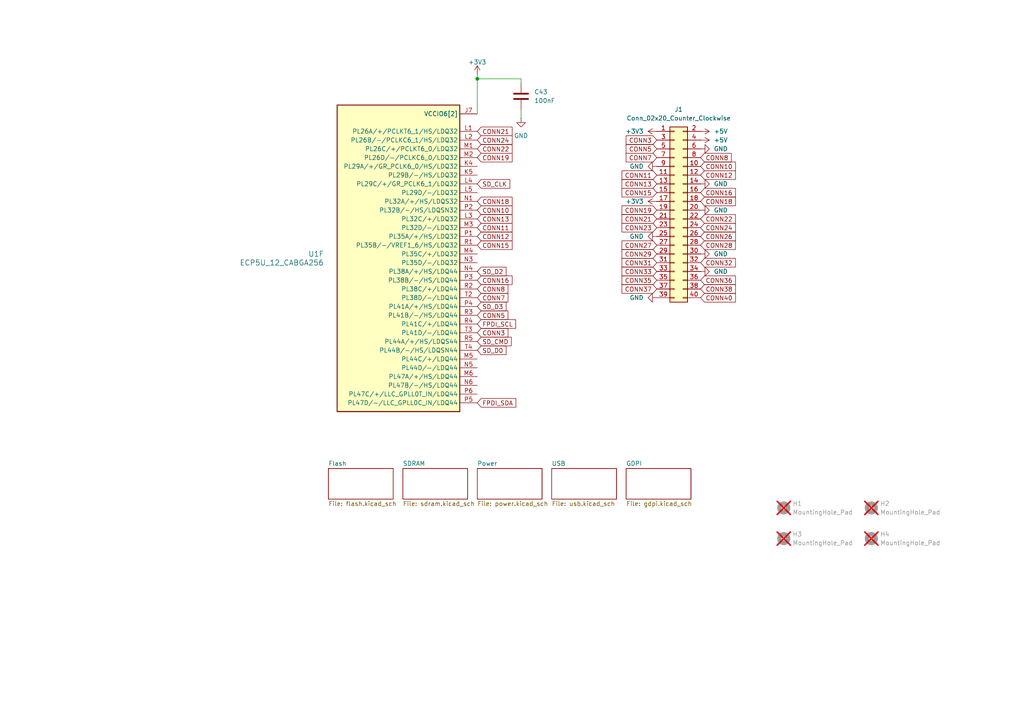
<source format=kicad_sch>
(kicad_sch (version 20250114) (generator "eeschema") (generator_version "9.0")
  (paper "A4")
  (lib_symbols
    (symbol "Connector_Generic:Conn_02x20_Odd_Even" (pin_names (offset 1.016) (hide yes))
      (property "Reference" "J" (at 1.27 25.4 0))
      (property "Value" "Conn_02x20_Odd_Even" (at 1.27 -27.94 0))
      (symbol "Conn_02x20_Odd_Even_1_1"
        (rectangle (start -1.27 24.13) (end 3.81 -26.67) (stroke (width 0.254)) (fill (type background)))
        (rectangle (start -1.27 22.987) (end 0 22.733) (stroke (width 0.1524)))
        (rectangle (start -1.27 20.447) (end 0 20.193) (stroke (width 0.1524)))
        (rectangle (start -1.27 17.907) (end 0 17.653) (stroke (width 0.1524)))
        (rectangle (start -1.27 15.367) (end 0 15.113) (stroke (width 0.1524)))
        (rectangle (start -1.27 12.827) (end 0 12.573) (stroke (width 0.1524)))
        (rectangle (start -1.27 10.287) (end 0 10.033) (stroke (width 0.1524)))
        (rectangle (start -1.27 7.747) (end 0 7.493) (stroke (width 0.1524)))
        (rectangle (start -1.27 5.207) (end 0 4.953) (stroke (width 0.1524)))
        (rectangle (start -1.27 2.667) (end 0 2.413) (stroke (width 0.1524)))
        (rectangle (start -1.27 0.127) (end 0 -0.127) (stroke (width 0.1524)))
        (rectangle (start -1.27 -2.413) (end 0 -2.667) (stroke (width 0.1524)))
        (rectangle (start -1.27 -4.953) (end 0 -5.207) (stroke (width 0.1524)))
        (rectangle (start -1.27 -7.493) (end 0 -7.747) (stroke (width 0.1524)))
        (rectangle (start -1.27 -10.033) (end 0 -10.287) (stroke (width 0.1524)))
        (rectangle (start -1.27 -12.573) (end 0 -12.827) (stroke (width 0.1524)))
        (rectangle (start -1.27 -15.113) (end 0 -15.367) (stroke (width 0.1524)))
        (rectangle (start -1.27 -17.653) (end 0 -17.907) (stroke (width 0.1524)))
        (rectangle (start -1.27 -20.193) (end 0 -20.447) (stroke (width 0.1524)))
        (rectangle (start -1.27 -22.733) (end 0 -22.987) (stroke (width 0.1524)))
        (rectangle (start -1.27 -25.273) (end 0 -25.527) (stroke (width 0.1524)))
        (rectangle (start 3.81 22.987) (end 2.54 22.733) (stroke (width 0.1524)))
        (rectangle (start 3.81 20.447) (end 2.54 20.193) (stroke (width 0.1524)))
        (rectangle (start 3.81 17.907) (end 2.54 17.653) (stroke (width 0.1524)))
        (rectangle (start 3.81 15.367) (end 2.54 15.113) (stroke (width 0.1524)))
        (rectangle (start 3.81 12.827) (end 2.54 12.573) (stroke (width 0.1524)))
        (rectangle (start 3.81 10.287) (end 2.54 10.033) (stroke (width 0.1524)))
        (rectangle (start 3.81 7.747) (end 2.54 7.493) (stroke (width 0.1524)))
        (rectangle (start 3.81 5.207) (end 2.54 4.953) (stroke (width 0.1524)))
        (rectangle (start 3.81 2.667) (end 2.54 2.413) (stroke (width 0.1524)))
        (rectangle (start 3.81 0.127) (end 2.54 -0.127) (stroke (width 0.1524)))
        (rectangle (start 3.81 -2.413) (end 2.54 -2.667) (stroke (width 0.1524)))
        (rectangle (start 3.81 -4.953) (end 2.54 -5.207) (stroke (width 0.1524)))
        (rectangle (start 3.81 -7.493) (end 2.54 -7.747) (stroke (width 0.1524)))
        (rectangle (start 3.81 -10.033) (end 2.54 -10.287) (stroke (width 0.1524)))
        (rectangle (start 3.81 -12.573) (end 2.54 -12.827) (stroke (width 0.1524)))
        (rectangle (start 3.81 -15.113) (end 2.54 -15.367) (stroke (width 0.1524)))
        (rectangle (start 3.81 -17.653) (end 2.54 -17.907) (stroke (width 0.1524)))
        (rectangle (start 3.81 -20.193) (end 2.54 -20.447) (stroke (width 0.1524)))
        (rectangle (start 3.81 -22.733) (end 2.54 -22.987) (stroke (width 0.1524)))
        (rectangle (start 3.81 -25.273) (end 2.54 -25.527) (stroke (width 0.1524)))
        (pin passive line (at -5.08 22.86 0) (length 3.81) (name "Pin_1") (number "1"))
        (pin passive line (at -5.08 20.32 0) (length 3.81) (name "Pin_3") (number "3"))
        (pin passive line (at -5.08 17.78 0) (length 3.81) (name "Pin_5") (number "5"))
        (pin passive line (at -5.08 15.24 0) (length 3.81) (name "Pin_7") (number "7"))
        (pin passive line (at -5.08 12.7 0) (length 3.81) (name "Pin_9") (number "9"))
        (pin passive line (at -5.08 10.16 0) (length 3.81) (name "Pin_11") (number "11"))
        (pin passive line (at -5.08 7.62 0) (length 3.81) (name "Pin_13") (number "13"))
        (pin passive line (at -5.08 5.08 0) (length 3.81) (name "Pin_15") (number "15"))
        (pin passive line (at -5.08 2.54 0) (length 3.81) (name "Pin_17") (number "17"))
        (pin passive line (at -5.08 0 0) (length 3.81) (name "Pin_19") (number "19"))
        (pin passive line (at -5.08 -2.54 0) (length 3.81) (name "Pin_21") (number "21"))
        (pin passive line (at -5.08 -5.08 0) (length 3.81) (name "Pin_23") (number "23"))
        (pin passive line (at -5.08 -7.62 0) (length 3.81) (name "Pin_25") (number "25"))
        (pin passive line (at -5.08 -10.16 0) (length 3.81) (name "Pin_27") (number "27"))
        (pin passive line (at -5.08 -12.7 0) (length 3.81) (name "Pin_29") (number "29"))
        (pin passive line (at -5.08 -15.24 0) (length 3.81) (name "Pin_31") (number "31"))
        (pin passive line (at -5.08 -17.78 0) (length 3.81) (name "Pin_33") (number "33"))
        (pin passive line (at -5.08 -20.32 0) (length 3.81) (name "Pin_35") (number "35"))
        (pin passive line (at -5.08 -22.86 0) (length 3.81) (name "Pin_37") (number "37"))
        (pin passive line (at -5.08 -25.4 0) (length 3.81) (name "Pin_39") (number "39"))
        (pin passive line (at 7.62 22.86 180) (length 3.81) (name "Pin_2") (number "2"))
        (pin passive line (at 7.62 20.32 180) (length 3.81) (name "Pin_4") (number "4"))
        (pin passive line (at 7.62 17.78 180) (length 3.81) (name "Pin_6") (number "6"))
        (pin passive line (at 7.62 15.24 180) (length 3.81) (name "Pin_8") (number "8"))
        (pin passive line (at 7.62 12.7 180) (length 3.81) (name "Pin_10") (number "10"))
        (pin passive line (at 7.62 10.16 180) (length 3.81) (name "Pin_12") (number "12"))
        (pin passive line (at 7.62 7.62 180) (length 3.81) (name "Pin_14") (number "14"))
        (pin passive line (at 7.62 5.08 180) (length 3.81) (name "Pin_16") (number "16"))
        (pin passive line (at 7.62 2.54 180) (length 3.81) (name "Pin_18") (number "18"))
        (pin passive line (at 7.62 0 180) (length 3.81) (name "Pin_20") (number "20"))
        (pin passive line (at 7.62 -2.54 180) (length 3.81) (name "Pin_22") (number "22"))
        (pin passive line (at 7.62 -5.08 180) (length 3.81) (name "Pin_24") (number "24"))
        (pin passive line (at 7.62 -7.62 180) (length 3.81) (name "Pin_26") (number "26"))
        (pin passive line (at 7.62 -10.16 180) (length 3.81) (name "Pin_28") (number "28"))
        (pin passive line (at 7.62 -12.7 180) (length 3.81) (name "Pin_30") (number "30"))
        (pin passive line (at 7.62 -15.24 180) (length 3.81) (name "Pin_32") (number "32"))
        (pin passive line (at 7.62 -17.78 180) (length 3.81) (name "Pin_34") (number "34"))
        (pin passive line (at 7.62 -20.32 180) (length 3.81) (name "Pin_36") (number "36"))
        (pin passive line (at 7.62 -22.86 180) (length 3.81) (name "Pin_38") (number "38"))
        (pin passive line (at 7.62 -25.4 180) (length 3.81) (name "Pin_40") (number "40"))
      )
    )
    (symbol "Device:C" (pin_numbers (hide yes)) (pin_names (offset 0.254))
      (property "Reference" "C" (at 0.635 2.54 0))
      (property "Value" "C" (at 0.635 -2.54 0))
      (symbol "C_0_1"
        (polyline (pts (xy -2.032 0.762) (xy 2.032 0.762)) (stroke (width 0.508)))
        (polyline (pts (xy -2.032 -0.762) (xy 2.032 -0.762)) (stroke (width 0.508)))
      )
      (symbol "C_1_1"
        (pin passive line (at 0 3.81 270) (length 2.794) (name "~") (number "1"))
        (pin passive line (at 0 -3.81 90) (length 2.794) (name "~") (number "2"))
      )
    )
    (symbol "ECP5U_12_CABGA256_1"
      (property "Reference" "U1" (at 22.86 -2.5399 0))
      (property "Value" "ECP5U_12_CABGA256" (at 22.86 -5.0799 0))
      (symbol "ECP5U_12_CABGA256_1_1_1"
        (rectangle (start -7.62 7.62) (end 6.35 -7.62) (stroke (width 0.001)) (fill (type background)))
        (pin power_in line (at -12.7 5.08 0) (length 5.08) (name "VCC[6]") (number "G6"))
        (pin power_in line (at -12.7 5.08 0) (length 5.08) (name "VCC[6]") (number "G7"))
        (pin power_in line (at -12.7 5.08 0) (length 5.08) (name "VCC[6]") (number "G9"))
        (pin power_in line (at -12.7 5.08 0) (length 5.08) (name "VCC[6]") (number "L10"))
        (pin power_in line (at -12.7 5.08 0) (length 5.08) (name "VCC[6]") (number "L8"))
        (pin power_in line (at -12.7 5.08 0) (length 5.08) (name "VCC[6]") (number "L9"))
        (pin power_in line (at -12.7 2.54 0) (length 5.08) (name "VCCAUX[2]") (number "G11"))
        (pin power_in line (at -12.7 2.54 0) (length 5.08) (name "VCCAUX[2]") (number "L7"))
        (pin power_in line (at -12.7 -5.08 0) (length 5.08) (name "GND[27]") (number "A1"))
        (pin power_in line (at -12.7 -5.08 0) (length 5.08) (name "GND[27]") (number "A16"))
        (pin power_in line (at -12.7 -5.08 0) (length 5.08) (name "GND[27]") (number "D15"))
        (pin power_in line (at -12.7 -5.08 0) (length 5.08) (name "GND[27]") (number "D2"))
        (pin power_in line (at -12.7 -5.08 0) (length 5.08) (name "GND[27]") (number "F8"))
        (pin power_in line (at -12.7 -5.08 0) (length 5.08) (name "GND[27]") (number "F9"))
        (pin power_in line (at -12.7 -5.08 0) (length 5.08) (name "GND[27]") (number "G10"))
        (pin power_in line (at -12.7 -5.08 0) (length 5.08) (name "GND[27]") (number "G8"))
        (pin power_in line (at -12.7 -5.08 0) (length 5.08) (name "GND[27]") (number "H1"))
        (pin power_in line (at -12.7 -5.08 0) (length 5.08) (name "GND[27]") (number "H10"))
        (pin power_in line (at -12.7 -5.08 0) (length 5.08) (name "GND[27]") (number "H16"))
        (pin power_in line (at -12.7 -5.08 0) (length 5.08) (name "GND[27]") (number "H8"))
        (pin power_in line (at -12.7 -5.08 0) (length 5.08) (name "GND[27]") (number "H9"))
        (pin power_in line (at -12.7 -5.08 0) (length 5.08) (name "GND[27]") (number "J10"))
        (pin power_in line (at -12.7 -5.08 0) (length 5.08) (name "GND[27]") (number "J8"))
        (pin power_in line (at -12.7 -5.08 0) (length 5.08) (name "GND[27]") (number "J9"))
        (pin power_in line (at -12.7 -5.08 0) (length 5.08) (name "GND[27]") (number "K10"))
        (pin power_in line (at -12.7 -5.08 0) (length 5.08) (name "GND[27]") (number "K6"))
        (pin power_in line (at -12.7 -5.08 0) (length 5.08) (name "GND[27]") (number "K7"))
        (pin power_in line (at -12.7 -5.08 0) (length 5.08) (name "GND[27]") (number "K8"))
        (pin power_in line (at -12.7 -5.08 0) (length 5.08) (name "GND[27]") (number "K9"))
        (pin power_in line (at -12.7 -5.08 0) (length 5.08) (name "GND[27]") (number "N15"))
        (pin power_in line (at -12.7 -5.08 0) (length 5.08) (name "GND[27]") (number "N2"))
        (pin power_in line (at -12.7 -5.08 0) (length 5.08) (name "GND[27]") (number "T1"))
        (pin power_in line (at -12.7 -5.08 0) (length 5.08) (name "GND[27]") (number "T12"))
        (pin power_in line (at -12.7 -5.08 0) (length 5.08) (name "GND[27]") (number "T16"))
        (pin power_in line (at -12.7 -5.08 0) (length 5.08) (name "GND[27]") (number "T5"))
      )
      (symbol "ECP5U_12_CABGA256_1_2_1"
        (rectangle (start -16.51 40.64) (end 8.89 -27.94) (stroke (width 0.305)) (fill (type background)))
        (pin power_in line (at -21.59 38.1 0) (length 5.08) (name "VCCIO0[2]") (number "F6"))
        (pin power_in line (at -21.59 38.1 0) (length 5.08) (name "VCCIO0[2]") (number "F7"))
        (pin bidirectional line (at -21.59 33.02 0) (length 5.08) (name "PT4A/+") (number "A2"))
        (pin bidirectional line (at -21.59 30.48 0) (length 5.08) (name "PT4B/-") (number "B3"))
        (pin bidirectional line (at -21.59 27.94 0) (length 5.08) (name "PT6A/+") (number "A3"))
        (pin bidirectional line (at -21.59 25.4 0) (length 5.08) (name "PT6B/-") (number "A4"))
        (pin bidirectional line (at -21.59 22.86 0) (length 5.08) (name "PT9A/+") (number "E4"))
        (pin bidirectional line (at -21.59 20.32 0) (length 5.08) (name "PT9B/-") (number "D4"))
        (pin bidirectional line (at -21.59 17.78 0) (length 5.08) (name "PT11A/+") (number "C4"))
        (pin bidirectional line (at -21.59 15.24 0) (length 5.08) (name "PT11B/-") (number "B4"))
        (pin bidirectional line (at -21.59 12.7 0) (length 5.08) (name "PT13A/+") (number "E5"))
        (pin bidirectional line (at -21.59 10.16 0) (length 5.08) (name "PT13B/-") (number "D5"))
        (pin bidirectional line (at -21.59 7.62 0) (length 5.08) (name "PT15A/+") (number "C5"))
        (pin bidirectional line (at -21.59 5.08 0) (length 5.08) (name "PT15B/-") (number "B5"))
        (pin bidirectional line (at -21.59 2.54 0) (length 5.08) (name "PT18A/+") (number "A5"))
        (pin bidirectional line (at -21.59 0 0) (length 5.08) (name "PT18B/-") (number "A6"))
        (pin bidirectional line (at -21.59 -2.54 0) (length 5.08) (name "PT20A/+") (number "E6"))
        (pin bidirectional line (at -21.59 -5.08 0) (length 5.08) (name "PT20B/-") (number "D6"))
        (pin bidirectional line (at -21.59 -7.62 0) (length 5.08) (name "PT22A/+") (number "C6"))
        (pin bidirectional line (at -21.59 -10.16 0) (length 5.08) (name "PT22B/-") (number "B6"))
        (pin bidirectional line (at -21.59 -12.7 0) (length 5.08) (name "PT24A/+/GR_PCLK0_1") (number "E7"))
        (pin bidirectional line (at -21.59 -15.24 0) (length 5.08) (name "PT24B/-/GR_PCLK0_0") (number "D7"))
        (pin bidirectional line (at -21.59 -17.78 0) (length 5.08) (name "PT27A/+/PCLKT0_1") (number "C7"))
        (pin bidirectional line (at -21.59 -20.32 0) (length 5.08) (name "PT27B/-/PCLKC0_1") (number "B7"))
        (pin bidirectional line (at -21.59 -22.86 0) (length 5.08) (name "PT29A/+/PCLKT0_0") (number "A7"))
        (pin bidirectional line (at -21.59 -25.4 0) (length 5.08) (name "PT29B/-/PCLKC0_0") (number "A8"))
      )
      (symbol "ECP5U_12_CABGA256_1_3_1"
        (rectangle (start -16.51 40.64) (end 8.89 -48.26) (stroke (width 0.305)) (fill (type background)))
        (pin power_in line (at -21.59 38.1 0) (length 5.08) (name "VCCIO1[2]") (number "F10"))
        (pin power_in line (at -21.59 38.1 0) (length 5.08) (name "VCCIO1[2]") (number "F11"))
        (pin bidirectional line (at -21.59 33.02 0) (length 5.08) (name "PT33A/+/PCLKT1_1") (number "E8"))
        (pin bidirectional line (at -21.59 30.48 0) (length 5.08) (name "PT33B/-/PCLKC1_1") (number "D8"))
        (pin bidirectional line (at -21.59 27.94 0) (length 5.08) (name "PT35A/+/PCLKT1_0") (number "C8"))
        (pin bidirectional line (at -21.59 25.4 0) (length 5.08) (name "PT35B/-/PCLKC1_0") (number "B8"))
        (pin bidirectional line (at -21.59 22.86 0) (length 5.08) (name "PT38A/+/GR_PCLK1_0") (number "B9"))
        (pin bidirectional line (at -21.59 20.32 0) (length 5.08) (name "PT38B/-/GR_PCLK1_1") (number "C9"))
        (pin bidirectional line (at -21.59 17.78 0) (length 5.08) (name "PT40A/+") (number "D9"))
        (pin bidirectional line (at -21.59 15.24 0) (length 5.08) (name "PT40B/-") (number "E9"))
        (pin bidirectional line (at -21.59 12.7 0) (length 5.08) (name "PT42A/+") (number "A9"))
        (pin bidirectional line (at -21.59 10.16 0) (length 5.08) (name "PT42B/-") (number "A10"))
        (pin bidirectional line (at -21.59 7.62 0) (length 5.08) (name "PT44A/+") (number "B10"))
        (pin bidirectional line (at -21.59 5.08 0) (length 5.08) (name "PT44B/-") (number "C10"))
        (pin bidirectional line (at -21.59 2.54 0) (length 5.08) (name "PT47A/+") (number "D10"))
        (pin bidirectional line (at -21.59 0 0) (length 5.08) (name "PT47B/-") (number "E10"))
        (pin bidirectional line (at -21.59 -2.54 0) (length 5.08) (name "PT49A/+") (number "B11"))
        (pin bidirectional line (at -21.59 -5.08 0) (length 5.08) (name "PT49B/-") (number "C11"))
        (pin bidirectional line (at -21.59 -7.62 0) (length 5.08) (name "PT51A/+") (number "D11"))
        (pin bidirectional line (at -21.59 -10.16 0) (length 5.08) (name "PT51B/-") (number "E11"))
        (pin bidirectional line (at -21.59 -12.7 0) (length 5.08) (name "PT53A/+") (number "A11"))
        (pin bidirectional line (at -21.59 -15.24 0) (length 5.08) (name "PT53B/-") (number "A12"))
        (pin bidirectional line (at -21.59 -17.78 0) (length 5.08) (name "PT56A/+") (number "B12"))
        (pin bidirectional line (at -21.59 -20.32 0) (length 5.08) (name "PT56B/-") (number "C12"))
        (pin bidirectional line (at -21.59 -22.86 0) (length 5.08) (name "PT58A/+") (number "D12"))
        (pin bidirectional line (at -21.59 -25.4 0) (length 5.08) (name "PT58B/-") (number "E12"))
        (pin bidirectional line (at -21.59 -27.94 0) (length 5.08) (name "PT60A/+") (number "B13"))
        (pin bidirectional line (at -21.59 -30.48 0) (length 5.08) (name "PT60B/-") (number "C13"))
        (pin bidirectional line (at -21.59 -33.02 0) (length 5.08) (name "PT62A/+") (number "D13"))
        (pin bidirectional line (at -21.59 -35.56 0) (length 5.08) (name "PT62B/-") (number "E13"))
        (pin bidirectional line (at -21.59 -38.1 0) (length 5.08) (name "PT65A/+") (number "A13"))
        (pin bidirectional line (at -21.59 -40.64 0) (length 5.08) (name "PT65B/-") (number "A14"))
        (pin bidirectional line (at -21.59 -43.18 0) (length 5.08) (name "PT67A/+") (number "B14"))
        (pin bidirectional line (at -21.59 -45.72 0) (length 5.08) (name "PT67B/-") (number "A15"))
      )
      (symbol "ECP5U_12_CABGA256_1_4_1"
        (rectangle (start -16.51 40.64) (end 21.59 -48.26) (stroke (width 0.305)) (fill (type background)))
        (pin power_in line (at -21.59 38.1 0) (length 5.08) (name "VCCIO2[2]") (number "H11"))
        (pin power_in line (at -21.59 38.1 0) (length 5.08) (name "VCCIO2[2]") (number "J11"))
        (pin bidirectional line (at -21.59 33.02 0) (length 5.08) (name "PR2A/+/HS/RDQ8") (number "B16"))
        (pin bidirectional line (at -21.59 30.48 0) (length 5.08) (name "PR2B/-/S0_IN/HS/RDQ8") (number "B15"))
        (pin bidirectional line (at -21.59 27.94 0) (length 5.08) (name "PR2C/+/RDQ8") (number "C14"))
        (pin bidirectional line (at -21.59 25.4 0) (length 5.08) (name "PR2D/-/RDQ8") (number "D14"))
        (pin bidirectional line (at -21.59 22.86 0) (length 5.08) (name "PR5A/+/HS/RDQ8") (number "C16"))
        (pin bidirectional line (at -21.59 20.32 0) (length 5.08) (name "PR5B/-/HS/RDQ8") (number "C15"))
        (pin bidirectional line (at -21.59 17.78 0) (length 5.08) (name "PR5C/+/RDQ8") (number "E14"))
        (pin bidirectional line (at -21.59 15.24 0) (length 5.08) (name "PR5D/-/RDQ8") (number "F14"))
        (pin bidirectional line (at -21.59 12.7 0) (length 5.08) (name "PR8A/+/HS/RDQS8") (number "D16"))
        (pin bidirectional line (at -21.59 10.16 0) (length 5.08) (name "PR8B/-/HS/RDQSN8") (number "E15"))
        (pin bidirectional line (at -21.59 7.62 0) (length 5.08) (name "PR8C/+/RDQ8") (number "F13"))
        (pin bidirectional line (at -21.59 5.08 0) (length 5.08) (name "PR8D/-/RDQ8") (number "F12"))
        (pin bidirectional line (at -21.59 2.54 0) (length 5.08) (name "PR11A/+/HS/RDQ8") (number "G12"))
        (pin bidirectional line (at -21.59 0 0) (length 5.08) (name "PR11B/-/HS/RDQ8") (number "G13"))
        (pin bidirectional line (at -21.59 -2.54 0) (length 5.08) (name "PR11C/+/RDQ8") (number "F15"))
        (pin bidirectional line (at -21.59 -5.08 0) (length 5.08) (name "PR11D/-/RDQ8") (number "E16"))
        (pin bidirectional line (at -21.59 -7.62 0) (length 5.08) (name "PR14A/+/HS/RDQ20") (number "F16"))
        (pin bidirectional line (at -21.59 -10.16 0) (length 5.08) (name "PR14B/-/HS/RDQ20") (number "G15"))
        (pin bidirectional line (at -21.59 -12.7 0) (length 5.08) (name "PR14C/+/VREF1_2/RDQ20") (number "G14"))
        (pin bidirectional line (at -21.59 -15.24 0) (length 5.08) (name "PR14D/-/RDQ20") (number "H14"))
        (pin bidirectional line (at -21.59 -17.78 0) (length 5.08) (name "PR17A/+/HS/RDQ20") (number "H12"))
        (pin bidirectional line (at -21.59 -20.32 0) (length 5.08) (name "PR17B/-/HS/RDQ20") (number "H13"))
        (pin bidirectional line (at -21.59 -22.86 0) (length 5.08) (name "PR17C/+/RDQ20") (number "J13"))
        (pin bidirectional line (at -21.59 -25.4 0) (length 5.08) (name "PR17D/-/RDQ20") (number "J12"))
        (pin bidirectional line (at -21.59 -27.94 0) (length 5.08) (name "PR20A/+/GR_PCLK2_1/HS/RDQS20") (number "G16"))
        (pin bidirectional line (at -21.59 -30.48 0) (length 5.08) (name "PR20B/-/HS/RDQSN20") (number "H15"))
        (pin bidirectional line (at -21.59 -33.02 0) (length 5.08) (name "PR20C/+/GR_PCLK2_0/RDQ20") (number "J14"))
        (pin bidirectional line (at -21.59 -35.56 0) (length 5.08) (name "PR20D/-/RDQ20") (number "K14"))
        (pin bidirectional line (at -21.59 -38.1 0) (length 5.08) (name "PR23A/+/PCLKT2_1/HS/RDQ20") (number "J16"))
        (pin bidirectional line (at -21.59 -40.64 0) (length 5.08) (name "PR23B/-/PCLKC2_1/HS/RDQ20") (number "J15"))
        (pin bidirectional line (at -21.59 -43.18 0) (length 5.08) (name "PR23C/+/PCLKT2_0/RDQ20") (number "K16"))
        (pin bidirectional line (at -21.59 -45.72 0) (length 5.08) (name "PR23D/-/PCLKC2_0/RDQ20") (number "K15"))
      )
      (symbol "ECP5U_12_CABGA256_1_5_1"
        (rectangle (start -16.51 40.64) (end 19.05 -48.26) (stroke (width 0.305)) (fill (type background)))
        (pin power_in line (at -21.59 38.1 0) (length 5.08) (name "VCCIO3[2]") (number "K11"))
        (pin power_in line (at -21.59 38.1 0) (length 5.08) (name "VCCIO3[2]") (number "L11"))
        (pin bidirectional line (at -21.59 33.02 0) (length 5.08) (name "PR26A/+/PCLKT3_1/HS/RDQ32") (number "L16"))
        (pin bidirectional line (at -21.59 30.48 0) (length 5.08) (name "PR26B/-/PCLKC3_1/HS/RDQ32") (number "L15"))
        (pin bidirectional line (at -21.59 27.94 0) (length 5.08) (name "PR26C/+/PCLKT3_0/RDQ32") (number "M16"))
        (pin bidirectional line (at -21.59 25.4 0) (length 5.08) (name "PR26D/-/PCLKC3_0/RDQ32") (number "M15"))
        (pin bidirectional line (at -21.59 22.86 0) (length 5.08) (name "PR29A/+/GR_PCLK3_0/HS/RDQ32") (number "K13"))
        (pin bidirectional line (at -21.59 20.32 0) (length 5.08) (name "PR29B/-/HS/RDQ32") (number "K12"))
        (pin bidirectional line (at -21.59 17.78 0) (length 5.08) (name "PR29C/+/GR_PCLK3_1/RDQ32") (number "L13"))
        (pin bidirectional line (at -21.59 15.24 0) (length 5.08) (name "PR29D/-/RDQ32") (number "L12"))
        (pin bidirectional line (at -21.59 12.7 0) (length 5.08) (name "PR32A/+/HS/RDQS32") (number "N16"))
        (pin bidirectional line (at -21.59 10.16 0) (length 5.08) (name "PR32B/-/HS/RDQSN32") (number "P15"))
        (pin bidirectional line (at -21.59 7.62 0) (length 5.08) (name "PR32C/+/RDQ32") (number "L14"))
        (pin bidirectional line (at -21.59 5.08 0) (length 5.08) (name "PR32D/-/RDQ32") (number "M14"))
        (pin bidirectional line (at -21.59 2.54 0) (length 5.08) (name "PR35A/+/HS/RDQ32") (number "P16"))
        (pin bidirectional line (at -21.59 0 0) (length 5.08) (name "PR35B/-/VREF1_3/HS/RDQ32") (number "R16"))
        (pin bidirectional line (at -21.59 -2.54 0) (length 5.08) (name "PR35C/+/RDQ32") (number "M13"))
        (pin bidirectional line (at -21.59 -5.08 0) (length 5.08) (name "PR35D/-/RDQ32") (number "N14"))
        (pin bidirectional line (at -21.59 -7.62 0) (length 5.08) (name "PR38A/+/HS/RDQ44") (number "N13"))
        (pin bidirectional line (at -21.59 -10.16 0) (length 5.08) (name "PR38B/-/HS/RDQ44") (number "P14"))
        (pin bidirectional line (at -21.59 -12.7 0) (length 5.08) (name "PR38C/+/RDQ44") (number "R15"))
        (pin bidirectional line (at -21.59 -15.24 0) (length 5.08) (name "PR38D/-/RDQ44") (number "T15"))
        (pin bidirectional line (at -21.59 -17.78 0) (length 5.08) (name "PR41A/+/HS/RDQ44") (number "P13"))
        (pin bidirectional line (at -21.59 -20.32 0) (length 5.08) (name "PR41B/-/HS/RDQ44") (number "R14"))
        (pin bidirectional line (at -21.59 -22.86 0) (length 5.08) (name "PR41C/+/RDQ44") (number "R13"))
        (pin bidirectional line (at -21.59 -25.4 0) (length 5.08) (name "PR41D/-/RDQ44") (number "T14"))
        (pin bidirectional line (at -21.59 -27.94 0) (length 5.08) (name "PR44A/+/HS/RDQS44") (number "R12"))
        (pin bidirectional line (at -21.59 -30.48 0) (length 5.08) (name "PR44B/-/HS/RDQSN44") (number "T13"))
        (pin bidirectional line (at -21.59 -33.02 0) (length 5.08) (name "PR44C/+/RDQ44") (number "M12"))
        (pin bidirectional line (at -21.59 -35.56 0) (length 5.08) (name "PR44D/-/RDQ44") (number "N12"))
        (pin bidirectional line (at -21.59 -38.1 0) (length 5.08) (name "PR47A/+/HS/RDQ44") (number "M11"))
        (pin bidirectional line (at -21.59 -40.64 0) (length 5.08) (name "PR47B/-/HS/RDQ44") (number "N11"))
        (pin bidirectional line (at -21.59 -43.18 0) (length 5.08) (name "PR47C/+/LRC_GPLL0T_IN/RDQ44") (number "P11"))
        (pin bidirectional line (at -21.59 -45.72 0) (length 5.08) (name "PR47D/-/LRC_GPLL0C_IN/RDQ44") (number "P12"))
      )
      (symbol "ECP5U_12_CABGA256_1_6_1"
        (rectangle (start -16.51 40.64) (end 19.05 -48.26) (stroke (width 0.305)) (fill (type background)))
        (pin power_in line (at -21.59 38.1 0) (length 5.08) (name "VCCIO6[2]") (number "J6"))
        (pin power_in line (at -21.59 38.1 0) (length 5.08) (name "VCCIO6[2]") (number "J7"))
        (pin bidirectional line (at -21.59 33.02 0) (length 5.08) (name "PL26A/+/PCLKT6_1/HS/LDQ32") (number "L1"))
        (pin bidirectional line (at -21.59 30.48 0) (length 5.08) (name "PL26B/-/PCLKC6_1/HS/LDQ32") (number "L2"))
        (pin bidirectional line (at -21.59 27.94 0) (length 5.08) (name "PL26C/+/PCLKT6_0/LDQ32") (number "M1"))
        (pin bidirectional line (at -21.59 25.4 0) (length 5.08) (name "PL26D/-/PCLKC6_0/LDQ32") (number "M2"))
        (pin bidirectional line (at -21.59 22.86 0) (length 5.08) (name "PL29A/+/GR_PCLK6_0/HS/LDQ32") (number "K4"))
        (pin bidirectional line (at -21.59 20.32 0) (length 5.08) (name "PL29B/-/HS/LDQ32") (number "K5"))
        (pin bidirectional line (at -21.59 17.78 0) (length 5.08) (name "PL29C/+/GR_PCLK6_1/LDQ32") (number "L4"))
        (pin bidirectional line (at -21.59 15.24 0) (length 5.08) (name "PL29D/-/LDQ32") (number "L5"))
        (pin bidirectional line (at -21.59 12.7 0) (length 5.08) (name "PL32A/+/HS/LDQS32") (number "N1"))
        (pin bidirectional line (at -21.59 10.16 0) (length 5.08) (name "PL32B/-/HS/LDQSN32") (number "P2"))
        (pin bidirectional line (at -21.59 7.62 0) (length 5.08) (name "PL32C/+/LDQ32") (number "L3"))
        (pin bidirectional line (at -21.59 5.08 0) (length 5.08) (name "PL32D/-/LDQ32") (number "M3"))
        (pin bidirectional line (at -21.59 2.54 0) (length 5.08) (name "PL35A/+/HS/LDQ32") (number "P1"))
        (pin bidirectional line (at -21.59 0 0) (length 5.08) (name "PL35B/-/VREF1_6/HS/LDQ32") (number "R1"))
        (pin bidirectional line (at -21.59 -2.54 0) (length 5.08) (name "PL35C/+/LDQ32") (number "M4"))
        (pin bidirectional line (at -21.59 -5.08 0) (length 5.08) (name "PL35D/-/LDQ32") (number "N3"))
        (pin bidirectional line (at -21.59 -7.62 0) (length 5.08) (name "PL38A/+/HS/LDQ44") (number "N4"))
        (pin bidirectional line (at -21.59 -10.16 0) (length 5.08) (name "PL38B/-/HS/LDQ44") (number "P3"))
        (pin bidirectional line (at -21.59 -12.7 0) (length 5.08) (name "PL38C/+/LDQ44") (number "R2"))
        (pin bidirectional line (at -21.59 -15.24 0) (length 5.08) (name "PL38D/-/LDQ44") (number "T2"))
        (pin bidirectional line (at -21.59 -17.78 0) (length 5.08) (name "PL41A/+/HS/LDQ44") (number "P4"))
        (pin bidirectional line (at -21.59 -20.32 0) (length 5.08) (name "PL41B/-/HS/LDQ44") (number "R3"))
        (pin bidirectional line (at -21.59 -22.86 0) (length 5.08) (name "PL41C/+/LDQ44") (number "R4"))
        (pin bidirectional line (at -21.59 -25.4 0) (length 5.08) (name "PL41D/-/LDQ44") (number "T3"))
        (pin bidirectional line (at -21.59 -27.94 0) (length 5.08) (name "PL44A/+/HS/LDQS44") (number "R5"))
        (pin bidirectional line (at -21.59 -30.48 0) (length 5.08) (name "PL44B/-/HS/LDQSN44") (number "T4"))
        (pin bidirectional line (at -21.59 -33.02 0) (length 5.08) (name "PL44C/+/LDQ44") (number "M5"))
        (pin bidirectional line (at -21.59 -35.56 0) (length 5.08) (name "PL44D/-/LDQ44") (number "N5"))
        (pin bidirectional line (at -21.59 -38.1 0) (length 5.08) (name "PL47A/+/HS/LDQ44") (number "M6"))
        (pin bidirectional line (at -21.59 -40.64 0) (length 5.08) (name "PL47B/-/HS/LDQ44") (number "N6"))
        (pin bidirectional line (at -21.59 -43.18 0) (length 5.08) (name "PL47C/+/LLC_GPLL0T_IN/LDQ44") (number "P6"))
        (pin bidirectional line (at -21.59 -45.72 0) (length 5.08) (name "PL47D/-/LLC_GPLL0C_IN/LDQ44") (number "P5"))
      )
      (symbol "ECP5U_12_CABGA256_1_7_1"
        (rectangle (start -16.51 40.64) (end 20.32 -46.99) (stroke (width 0.305)) (fill (type background)))
        (pin power_in line (at -21.59 38.1 0) (length 5.08) (name "VCCIO7[2]") (number "H6"))
        (pin power_in line (at -21.59 38.1 0) (length 5.08) (name "VCCIO7[2]") (number "H7"))
        (pin bidirectional line (at -21.59 34.29 0) (length 5.08) (name "PL2A/+/HS/LDQ8") (number "B1"))
        (pin bidirectional line (at -21.59 31.75 0) (length 5.08) (name "PL2B/-/HS/LDQ8") (number "B2"))
        (pin bidirectional line (at -21.59 29.21 0) (length 5.08) (name "PL2C/+/LDQ8") (number "C3"))
        (pin bidirectional line (at -21.59 26.67 0) (length 5.08) (name "PL2D/-/LDQ8") (number "D3"))
        (pin bidirectional line (at -21.59 24.13 0) (length 5.08) (name "PL5A/+/HS/LDQ8") (number "C1"))
        (pin bidirectional line (at -21.59 21.59 0) (length 5.08) (name "PL5B/-/HS/LDQ8") (number "C2"))
        (pin bidirectional line (at -21.59 19.05 0) (length 5.08) (name "PL5C/+/LDQ8") (number "E3"))
        (pin bidirectional line (at -21.59 16.51 0) (length 5.08) (name "PL5D/-/LDQ8") (number "F3"))
        (pin bidirectional line (at -21.59 13.97 0) (length 5.08) (name "PL8A/+/HS/LDQS8") (number "D1"))
        (pin bidirectional line (at -21.59 11.43 0) (length 5.08) (name "PL8B/-/HS/LDQSN8") (number "E2"))
        (pin bidirectional line (at -21.59 8.89 0) (length 5.08) (name "PL8C/+/LDQ8") (number "F4"))
        (pin bidirectional line (at -21.59 6.35 0) (length 5.08) (name "PL8D/-/LDQ8") (number "F5"))
        (pin bidirectional line (at -21.59 3.81 0) (length 5.08) (name "PL11A/+/HS/LDQ8") (number "G5"))
        (pin bidirectional line (at -21.59 1.27 0) (length 5.08) (name "PL11B/-/HS/LDQ8") (number "G4"))
        (pin bidirectional line (at -21.59 -1.27 0) (length 5.08) (name "PL11C/+/LDQ8") (number "F2"))
        (pin bidirectional line (at -21.59 -3.81 0) (length 5.08) (name "PL11D/-/LDQ8") (number "E1"))
        (pin bidirectional line (at -21.59 -6.35 0) (length 5.08) (name "PL14A/+/HS/LDQ20") (number "F1"))
        (pin bidirectional line (at -21.59 -8.89 0) (length 5.08) (name "PL14B/-/HS/LDQ20") (number "G2"))
        (pin bidirectional line (at -21.59 -11.43 0) (length 5.08) (name "PL14C/+/VREF1_7/LDQ20") (number "G3"))
        (pin bidirectional line (at -21.59 -13.97 0) (length 5.08) (name "PL14D/-/LDQ20") (number "H3"))
        (pin bidirectional line (at -21.59 -16.51 0) (length 5.08) (name "PL17A/+/HS/LDQ20") (number "H5"))
        (pin bidirectional line (at -21.59 -19.05 0) (length 5.08) (name "PL17B/-/HS/LDQ20") (number "H4"))
        (pin bidirectional line (at -21.59 -21.59 0) (length 5.08) (name "PL17C/+/LDQ20") (number "J4"))
        (pin bidirectional line (at -21.59 -24.13 0) (length 5.08) (name "PL17D/-/LDQ20") (number "J5"))
        (pin bidirectional line (at -21.59 -26.67 0) (length 5.08) (name "PL20A/+/GR_PCLK7_1/HS/LDQS20") (number "G1"))
        (pin bidirectional line (at -21.59 -29.21 0) (length 5.08) (name "PL20B/-/HS/LDQSN20") (number "H2"))
        (pin bidirectional line (at -21.59 -31.75 0) (length 5.08) (name "PL20C/+/GR_PCLK7_0/LDQ20") (number "J3"))
        (pin bidirectional line (at -21.59 -34.29 0) (length 5.08) (name "PL20D/-/LDQ20") (number "K3"))
        (pin bidirectional line (at -21.59 -36.83 0) (length 5.08) (name "PL23A/+/PCLKT7_1/HS/LDQ20") (number "J1"))
        (pin bidirectional line (at -21.59 -39.37 0) (length 5.08) (name "PL23B/-/PCLKC7_1/HS/LDQ20") (number "J2"))
        (pin bidirectional line (at -21.59 -41.91 0) (length 5.08) (name "PL23C/+/PCLKT7_0/LDQ20") (number "K1"))
        (pin bidirectional line (at -21.59 -44.45 0) (length 5.08) (name "PL23D/-/PCLKC7_0/LDQ20") (number "K2"))
      )
      (symbol "ECP5U_12_CABGA256_1_8_1"
        (rectangle (start -16.51 40.64) (end 25.4 -17.78) (stroke (width 0.305)) (fill (type background)))
        (pin power_in line (at -21.59 38.1 0) (length 5.08) (name "VCCIO8") (number "L6"))
        (pin bidirectional line (at -21.59 33.02 0) (length 5.08) (name "CCLK/MCLK/SCK") (number "N9"))
        (pin bidirectional line (at -21.59 30.48 0) (length 5.08) (name "CFG_0") (number "N10"))
        (pin bidirectional line (at -21.59 27.94 0) (length 5.08) (name "CFG_1") (number "P10"))
        (pin bidirectional line (at -21.59 25.4 0) (length 5.08) (name "CFG_2") (number "R10"))
        (pin bidirectional line (at -21.59 22.86 0) (length 5.08) (name "DONE") (number "P9"))
        (pin bidirectional line (at -21.59 20.32 0) (length 5.08) (name "INITN") (number "T9"))
        (pin bidirectional line (at -21.59 17.78 0) (length 5.08) (name "PB4A/+/D7/IO7") (number "T6"))
        (pin bidirectional line (at -21.59 15.24 0) (length 5.08) (name "PB4B/-/D6/IO6") (number "R6"))
        (pin bidirectional line (at -21.59 12.7 0) (length 5.08) (name "PB6A/+/D5/MISO2/IO5") (number "R7"))
        (pin bidirectional line (at -21.59 10.16 0) (length 5.08) (name "PB6B/-/D4/MOSI2/IO4") (number "P7"))
        (pin bidirectional line (at -21.59 7.62 0) (length 5.08) (name "PB9A/+/D3/IO3") (number "N7"))
        (pin bidirectional line (at -21.59 5.08 0) (length 5.08) (name "PB9B/-/D2/IO2") (number "M7"))
        (pin bidirectional line (at -21.59 2.54 0) (length 5.08) (name "PB11A/+/D1/MISO/IO1") (number "T7"))
        (pin bidirectional line (at -21.59 0 0) (length 5.08) (name "PB11B/-/D0/MOSI/IO0") (number "T8"))
        (pin bidirectional line (at -21.59 -2.54 0) (length 5.08) (name "PB13A/+/SN/CSN") (number "R8"))
        (pin bidirectional line (at -21.59 -5.08 0) (length 5.08) (name "PB13B/-/CS1N") (number "P8"))
        (pin bidirectional line (at -21.59 -7.62 0) (length 5.08) (name "PB15A/+/HOLDN/DI/BUSY/CSSPIN/CEN") (number "N8"))
        (pin bidirectional line (at -21.59 -10.16 0) (length 5.08) (name "PB15B/-/DOUT/CSON") (number "M8"))
        (pin bidirectional line (at -21.59 -12.7 0) (length 5.08) (name "PB18A/WRITEN") (number "M9"))
        (pin bidirectional line (at -21.59 -15.24 0) (length 5.08) (name "PROGRAMN") (number "R9"))
      )
      (symbol "ECP5U_12_CABGA256_1_9_1"
        (rectangle (start -2.54 6.35) (end 5.08 -6.35) (stroke (width 0.305)) (fill (type background)))
        (pin bidirectional line (at -7.62 3.81 0) (length 5.08) (name "TCK") (number "T10"))
        (pin bidirectional line (at -7.62 1.27 0) (length 5.08) (name "TDI") (number "R11"))
        (pin bidirectional line (at -7.62 -1.27 0) (length 5.08) (name "TDO") (number "M10"))
        (pin bidirectional line (at -7.62 -3.81 0) (length 5.08) (name "TMS") (number "T11"))
      )
    )
    (symbol "Mechanical:MountingHole" (pin_names (offset 1.016)) (in_bom no)
      (property "Reference" "H" (at 0 5.08 0))
      (property "Value" "MountingHole" (at 0 3.175 0))
      (symbol "MountingHole_0_1"
        (circle (center 0 0) (radius 1.27) (stroke (width 1.27)))
      )
    )
    (symbol "power:+3V3" (power) (pin_numbers (hide yes)) (pin_names (offset 0) (hide yes))
      (property "Value" "+3V3" (at 0 3.556 0))
      (symbol "+3V3_0_1"
        (polyline (pts (xy -0.762 1.27) (xy 0 2.54)))
        (polyline (pts (xy 0 2.54) (xy 0.762 1.27)))
        (polyline (pts (xy 0 0) (xy 0 2.54)))
      )
      (symbol "+3V3_1_1"
        (pin power_in line (at 0 0 90) (length 0) (name "~") (number "1"))
      )
    )
    (symbol "power:+5V" (power) (pin_numbers (hide yes)) (pin_names (offset 0) (hide yes))
      (property "Value" "+5V" (at 0 3.556 0))
      (symbol "+5V_0_1"
        (polyline (pts (xy -0.762 1.27) (xy 0 2.54)))
        (polyline (pts (xy 0 2.54) (xy 0.762 1.27)))
        (polyline (pts (xy 0 0) (xy 0 2.54)))
      )
      (symbol "+5V_1_1"
        (pin power_in line (at 0 0 90) (length 0) (name "~") (number "1"))
      )
    )
    (symbol "power:GND" (power) (pin_numbers (hide yes)) (pin_names (offset 0) (hide yes))
      (property "Value" "GND" (at 0 -3.81 0))
      (symbol "GND_0_1"
        (polyline (pts (xy 0 0) (xy 0 -1.27) (xy 1.27 -1.27) (xy 0 -2.54) (xy -1.27 -1.27) (xy 0 -1.27)))
      )
      (symbol "GND_1_1"
        (pin power_in line (at 0 0 270) (length 0) (name "~") (number "1"))
      )
    )
  )
  (junction (at 138.43 22.86))
  (wire (pts (xy 138.43 22.86) (xy 151.13 22.86)))
  (wire (pts (xy 151.13 31.75) (xy 151.13 34.29)))
  (wire (pts (xy 151.13 24.13) (xy 151.13 22.86)))
  (wire (pts (xy 138.43 21.59) (xy 138.43 22.86)))
  (wire (pts (xy 138.43 22.86) (xy 138.43 33.02)))
  (global_label "CONN22" (shape input) (at 203.2 63.5 0) (property "Intersheetrefs" "${INTERSHEET_REFS}" (effects (hide yes))))
  (global_label "FPDI_SCL" (shape input) (at 138.43 93.98 0) (property "Intersheetrefs" "${INTERSHEET_REFS}" (effects (hide yes))))
  (global_label "SD_D2" (shape input) (at 138.43 78.74 0) (property "Intersheetrefs" "${INTERSHEET_REFS}" (effects (hide yes))))
  (global_label "CONN36" (shape input) (at 203.2 81.28 0) (property "Intersheetrefs" "${INTERSHEET_REFS}" (effects (hide yes))))
  (global_label "CONN13" (shape input) (at 190.5 53.34 180) (property "Intersheetrefs" "${INTERSHEET_REFS}" (effects (hide yes))))
  (global_label "CONN37" (shape input) (at 190.5 83.82 180) (property "Intersheetrefs" "${INTERSHEET_REFS}" (effects (hide yes))))
  (global_label "CONN7" (shape input) (at 138.43 86.36 0) (property "Intersheetrefs" "${INTERSHEET_REFS}" (effects (hide yes))))
  (global_label "CONN11" (shape input) (at 138.43 66.04 0) (property "Intersheetrefs" "${INTERSHEET_REFS}" (effects (hide yes))))
  (global_label "CONN27" (shape input) (at 190.5 71.12 180) (property "Intersheetrefs" "${INTERSHEET_REFS}" (effects (hide yes))))
  (global_label "CONN18" (shape input) (at 138.43 58.42 0) (property "Intersheetrefs" "${INTERSHEET_REFS}" (effects (hide yes))))
  (global_label "FPDI_SDA" (shape input) (at 138.43 116.84 0) (property "Intersheetrefs" "${INTERSHEET_REFS}" (effects (hide yes))))
  (global_label "CONN21" (shape input) (at 190.5 63.5 180) (property "Intersheetrefs" "${INTERSHEET_REFS}" (effects (hide yes))))
  (global_label "CONN3" (shape input) (at 190.5 40.64 180) (property "Intersheetrefs" "${INTERSHEET_REFS}" (effects (hide yes))))
  (global_label "CONN24" (shape input) (at 138.43 40.64 0) (property "Intersheetrefs" "${INTERSHEET_REFS}" (effects (hide yes))))
  (global_label "CONN40" (shape input) (at 203.2 86.36 0) (property "Intersheetrefs" "${INTERSHEET_REFS}" (effects (hide yes))))
  (global_label "CONN15" (shape input) (at 190.5 55.88 180) (property "Intersheetrefs" "${INTERSHEET_REFS}" (effects (hide yes))))
  (global_label "CONN10" (shape input) (at 203.2 48.26 0) (property "Intersheetrefs" "${INTERSHEET_REFS}" (effects (hide yes))))
  (global_label "CONN7" (shape input) (at 190.5 45.72 180) (property "Intersheetrefs" "${INTERSHEET_REFS}" (effects (hide yes))))
  (global_label "CONN16" (shape input) (at 203.2 55.88 0) (property "Intersheetrefs" "${INTERSHEET_REFS}" (effects (hide yes))))
  (global_label "SD_D3" (shape input) (at 138.43 88.9 0) (property "Intersheetrefs" "${INTERSHEET_REFS}" (effects (hide yes))))
  (global_label "CONN13" (shape input) (at 138.43 63.5 0) (property "Intersheetrefs" "${INTERSHEET_REFS}" (effects (hide yes))))
  (global_label "CONN35" (shape input) (at 190.5 81.28 180) (property "Intersheetrefs" "${INTERSHEET_REFS}" (effects (hide yes))))
  (global_label "CONN18" (shape input) (at 203.2 58.42 0) (property "Intersheetrefs" "${INTERSHEET_REFS}" (effects (hide yes))))
  (global_label "CONN32" (shape input) (at 203.2 76.2 0) (property "Intersheetrefs" "${INTERSHEET_REFS}" (effects (hide yes))))
  (global_label "CONN5" (shape input) (at 190.5 43.18 180) (property "Intersheetrefs" "${INTERSHEET_REFS}" (effects (hide yes))))
  (global_label "CONN11" (shape input) (at 190.5 50.8 180) (property "Intersheetrefs" "${INTERSHEET_REFS}" (effects (hide yes))))
  (global_label "CONN12" (shape input) (at 138.43 68.58 0) (property "Intersheetrefs" "${INTERSHEET_REFS}" (effects (hide yes))))
  (global_label "CONN24" (shape input) (at 203.2 66.04 0) (property "Intersheetrefs" "${INTERSHEET_REFS}" (effects (hide yes))))
  (global_label "CONN10" (shape input) (at 138.43 60.96 0) (property "Intersheetrefs" "${INTERSHEET_REFS}" (effects (hide yes))))
  (global_label "SD_CLK" (shape input) (at 138.43 53.34 0) (property "Intersheetrefs" "${INTERSHEET_REFS}" (effects (hide yes))))
  (global_label "CONN3" (shape input) (at 138.43 96.52 0) (property "Intersheetrefs" "${INTERSHEET_REFS}" (effects (hide yes))))
  (global_label "CONN19" (shape input) (at 190.5 60.96 180) (property "Intersheetrefs" "${INTERSHEET_REFS}" (effects (hide yes))))
  (global_label "CONN5" (shape input) (at 138.43 91.44 0) (property "Intersheetrefs" "${INTERSHEET_REFS}" (effects (hide yes))))
  (global_label "CONN12" (shape input) (at 203.2 50.8 0) (property "Intersheetrefs" "${INTERSHEET_REFS}" (effects (hide yes))))
  (global_label "CONN15" (shape input) (at 138.43 71.12 0) (property "Intersheetrefs" "${INTERSHEET_REFS}" (effects (hide yes))))
  (global_label "SD_D0" (shape input) (at 138.43 101.6 0) (property "Intersheetrefs" "${INTERSHEET_REFS}" (effects (hide yes))))
  (global_label "CONN16" (shape input) (at 138.43 81.28 0) (property "Intersheetrefs" "${INTERSHEET_REFS}" (effects (hide yes))))
  (global_label "CONN33" (shape input) (at 190.5 78.74 180) (property "Intersheetrefs" "${INTERSHEET_REFS}" (effects (hide yes))))
  (global_label "CONN8" (shape input) (at 203.2 45.72 0) (property "Intersheetrefs" "${INTERSHEET_REFS}" (effects (hide yes))))
  (global_label "CONN29" (shape input) (at 190.5 73.66 180) (property "Intersheetrefs" "${INTERSHEET_REFS}" (effects (hide yes))))
  (global_label "CONN19" (shape input) (at 138.43 45.72 0) (property "Intersheetrefs" "${INTERSHEET_REFS}" (effects (hide yes))))
  (global_label "CONN8" (shape input) (at 138.43 83.82 0) (property "Intersheetrefs" "${INTERSHEET_REFS}" (effects (hide yes))))
  (global_label "SD_CMD" (shape input) (at 138.43 99.06 0) (property "Intersheetrefs" "${INTERSHEET_REFS}" (effects (hide yes))))
  (global_label "CONN26" (shape input) (at 203.2 68.58 0) (property "Intersheetrefs" "${INTERSHEET_REFS}" (effects (hide yes))))
  (global_label "CONN23" (shape input) (at 190.5 66.04 180) (property "Intersheetrefs" "${INTERSHEET_REFS}" (effects (hide yes))))
  (global_label "CONN31" (shape input) (at 190.5 76.2 180) (property "Intersheetrefs" "${INTERSHEET_REFS}" (effects (hide yes))))
  (global_label "CONN28" (shape input) (at 203.2 71.12 0) (property "Intersheetrefs" "${INTERSHEET_REFS}" (effects (hide yes))))
  (global_label "CONN38" (shape input) (at 203.2 83.82 0) (property "Intersheetrefs" "${INTERSHEET_REFS}" (effects (hide yes))))
  (global_label "CONN21" (shape input) (at 138.43 38.1 0) (property "Intersheetrefs" "${INTERSHEET_REFS}" (effects (hide yes))))
  (global_label "CONN22" (shape input) (at 138.43 43.18 0) (property "Intersheetrefs" "${INTERSHEET_REFS}" (effects (hide yes))))
  (symbol (lib_id "power:+3V3") (at 138.43 21.59 0) (mirror y) (unit 1)
    (property "Reference" "#PWR048" (effects (hide yes)))
    (property "Value" "+3V3" (at 138.43 18.034 0))
  )
  (symbol (lib_id "power:GND") (at 190.5 68.58 270) (unit 1)
    (property "Reference" "#PWR011" (effects (hide yes)))
    (property "Value" "GND" (at 186.69 68.5799 90) (effects (justify right)))
    (property "Description" "Power symbol creates a global label with name \"GND\" , ground" (effects (hide yes)))
  )
  (symbol (lib_id "power:GND") (at 203.2 53.34 90) (unit 1)
    (property "Reference" "#PWR08" (effects (hide yes)))
    (property "Value" "GND" (at 207.01 53.3399 90) (effects (justify right)))
    (property "Description" "Power symbol creates a global label with name \"GND\" , ground" (effects (hide yes)))
  )
  (symbol (lib_id "power:+3V3") (at 190.5 58.42 90) (unit 1)
    (property "Reference" "#PWR09" (effects (hide yes)))
    (property "Value" "+3V3" (at 186.69 58.4199 90) (effects (justify left)))
    (property "Description" "Power symbol creates a global label with name \"+3V3\"" (effects (hide yes)))
  )
  (symbol (lib_id "Device:C") (at 151.13 27.94 0) (unit 1)
    (property "Reference" "C43" (at 154.94 26.6699 0) (effects (justify left)))
    (property "Value" "100nF" (at 154.94 29.2099 0) (effects (justify left)))
    (property "Footprint" "Capacitor_SMD:C_0402_1005Metric" (effects (hide yes)))
    (property "Description" "Unpolarized capacitor" (effects (hide yes)))
  )
  (symbol (lib_id "Mechanical:MountingHole") (at 252.73 156.21 0) (unit 1) (in_bom no) (dnp yes)
    (property "Reference" "H4" (at 255.27 154.9399 0) (effects (justify left)))
    (property "Value" "MountingHole_Pad" (at 255.27 157.4799 0) (effects (justify left)))
    (property "Footprint" "MountingHole:MountingHole_2.5mm" (effects (hide yes)))
    (property "Description" "Mounting Hole without connection" (effects (hide yes)))
  )
  (symbol (lib_id "power:GND") (at 190.5 48.26 270) (unit 1)
    (property "Reference" "#PWR07" (effects (hide yes)))
    (property "Value" "GND" (at 186.69 48.2599 90) (effects (justify right)))
    (property "Description" "Power symbol creates a global label with name \"GND\" , ground" (effects (hide yes)))
  )
  (symbol (lib_id "Mechanical:MountingHole") (at 252.73 147.32 0) (unit 1) (in_bom no) (dnp yes)
    (property "Reference" "H2" (at 255.27 146.0499 0) (effects (justify left)))
    (property "Value" "MountingHole_Pad" (at 255.27 148.5899 0) (effects (justify left)))
    (property "Footprint" "MountingHole:MountingHole_2.5mm" (effects (hide yes)))
    (property "Description" "Mounting Hole without connection" (effects (hide yes)))
  )
  (symbol (lib_id "power:GND") (at 203.2 73.66 90) (unit 1)
    (property "Reference" "#PWR012" (effects (hide yes)))
    (property "Value" "GND" (at 207.01 73.6599 90) (effects (justify right)))
    (property "Description" "Power symbol creates a global label with name \"GND\" , ground" (effects (hide yes)))
  )
  (symbol (lib_id "power:GND") (at 151.13 34.29 0) (unit 1)
    (property "Reference" "#PWR060" (effects (hide yes)))
    (property "Value" "GND" (at 151.13 39.37 0))
    (property "Description" "Power symbol creates a global label with name \"GND\" , ground" (effects (hide yes)))
  )
  (symbol (lib_id "power:+5V") (at 203.2 38.1 270) (unit 1)
    (property "Reference" "#PWR04" (effects (hide yes)))
    (property "Value" "+5V" (at 207.01 38.0999 90) (effects (justify left)))
    (property "Description" "Power symbol creates a global label with name \"+5V\"" (effects (hide yes)))
  )
  (symbol (lib_id "Mechanical:MountingHole") (at 227.33 156.21 0) (unit 1) (in_bom no) (dnp yes)
    (property "Reference" "H3" (at 229.87 154.9399 0) (effects (justify left)))
    (property "Value" "MountingHole_Pad" (at 229.87 157.4799 0) (effects (justify left)))
    (property "Footprint" "MountingHole:MountingHole_2.5mm" (effects (hide yes)))
    (property "Description" "Mounting Hole without connection" (effects (hide yes)))
  )
  (symbol (lib_id "power:+3V3") (at 190.5 38.1 90) (unit 1)
    (property "Reference" "#PWR03" (effects (hide yes)))
    (property "Value" "+3V3" (at 186.69 38.0999 90) (effects (justify left)))
    (property "Description" "Power symbol creates a global label with name \"+3V3\"" (effects (hide yes)))
  )
  (symbol (lib_id "power:GND") (at 203.2 60.96 90) (unit 1)
    (property "Reference" "#PWR010" (effects (hide yes)))
    (property "Value" "GND" (at 207.01 60.9599 90) (effects (justify right)))
    (property "Description" "Power symbol creates a global label with name \"GND\" , ground" (effects (hide yes)))
  )
  (symbol (lib_id "power:GND") (at 203.2 43.18 90) (unit 1)
    (property "Reference" "#PWR06" (effects (hide yes)))
    (property "Value" "GND" (at 207.01 43.1799 90) (effects (justify right)))
    (property "Description" "Power symbol creates a global label with name \"GND\" , ground" (effects (hide yes)))
  )
  (symbol (lib_id "power:GND") (at 203.2 78.74 90) (unit 1)
    (property "Reference" "#PWR013" (effects (hide yes)))
    (property "Value" "GND" (at 207.01 78.7399 90) (effects (justify right)))
    (property "Description" "Power symbol creates a global label with name \"GND\" , ground" (effects (hide yes)))
  )
  (symbol (lib_id "Mechanical:MountingHole") (at 227.33 147.32 0) (unit 1) (in_bom no) (dnp yes)
    (property "Reference" "H1" (at 229.87 146.0499 0) (effects (justify left)))
    (property "Value" "MountingHole_Pad" (at 229.87 148.5899 0) (effects (justify left)))
    (property "Footprint" "MountingHole:MountingHole_2.5mm" (effects (hide yes)))
    (property "Description" "Mounting Hole without connection" (effects (hide yes)))
  )
  (symbol (lib_id "power:GND") (at 190.5 86.36 270) (unit 1)
    (property "Reference" "#PWR014" (effects (hide yes)))
    (property "Value" "GND" (at 186.69 86.3599 90) (effects (justify right)))
    (property "Description" "Power symbol creates a global label with name \"GND\" , ground" (effects (hide yes)))
  )
  (symbol (lib_id "power:+5V") (at 203.2 40.64 270) (unit 1)
    (property "Reference" "#PWR05" (effects (hide yes)))
    (property "Value" "+5V" (at 207.01 40.6399 90) (effects (justify left)))
    (property "Description" "Power symbol creates a global label with name \"+5V\"" (effects (hide yes)))
  )
  (symbol (lib_id "Connector_Generic:Conn_02x20_Odd_Even") (at 195.58 60.96 0) (unit 1)
    (property "Reference" "J1" (at 196.85 31.75 0))
    (property "Value" "Conn_02x20_Counter_Clockwise" (at 196.85 34.29 0))
    (property "Footprint" "Connector_PinHeader_2.54mm:PinHeader_2x20_P2.54mm_Vertical" (effects (hide yes)))
    (property "Description" "Generic connector, double row, 02x20, odd/even pin numbering scheme (row 1 odd numbers, row 2 even numbers), script generated (kicad-library-utils/schlib/autogen/connector/)" (effects (hide yes)))
  )
  (symbol (lib_name "ECP5U_12_CABGA256_1") (lib_id "josh-ic:ECP5U_12_CABGA256") (at 116.84 71.12 0) (mirror y) (unit 6)
    (property "Reference" "U1" (at 93.98 73.6599 0) (effects (font (size 1.524 1.524)) (justify left)))
    (property "Value" "ECP5U_12_CABGA256" (at 93.98 76.1999 0) (effects (font (size 1.524 1.524)) (justify left)))
    (property "Footprint" "Package_BGA:BGA-256_14.0x14.0mm_Layout16x16_P0.8mm_Ball0.45mm_Pad0.32mm_NSMD" (effects (hide yes)))
    (property "Datasheet" "https://www.lcsc.com/datasheet/lcsc_datasheet_2411220131_Lattice-LFE5U-25F-6BG256C_C1521614.pdf" (effects (hide yes)))
    (property "LCSC Part" " C1521614" (effects (hide yes)))
  )
  (sheet (at 160.02 135.89) (size 18.796 8.89) (stroke (width 0.1524))
    (property "Sheetname" "USB" (at 160.02 135.1784 0) (effects (justify left bottom)))
    (property "Sheetfile" "usb.kicad_sch" (at 160.02 145.3646 0) (effects (justify left top)))
  )
  (sheet (at 138.43 135.89) (size 18.796 8.89) (stroke (width 0.1524))
    (property "Sheetname" "Power" (at 138.43 135.1784 0) (effects (justify left bottom)))
    (property "Sheetfile" "power.kicad_sch" (at 138.43 145.3646 0) (effects (justify left top)))
  )
  (sheet (at 95.25 135.89) (size 18.796 8.89) (stroke (width 0.1524))
    (property "Sheetname" "Flash" (at 95.25 135.1784 0) (effects (justify left bottom)))
    (property "Sheetfile" "flash.kicad_sch" (at 95.25 145.3646 0) (effects (justify left top)))
  )
  (sheet (at 181.61 135.89) (size 18.796 8.89) (stroke (width 0.1524))
    (property "Sheetname" "GDPI" (at 181.61 135.1784 0) (effects (justify left bottom)))
    (property "Sheetfile" "gdpi.kicad_sch" (at 181.61 145.3646 0) (effects (justify left top)))
  )
  (sheet (at 116.84 135.89) (size 18.796 8.89) (stroke (width 0.1524))
    (property "Sheetname" "SDRAM" (at 116.84 135.1784 0) (effects (justify left bottom)))
    (property "Sheetfile" "sdram.kicad_sch" (at 116.84 145.3646 0) (effects (justify left top)))
  )
)
</source>
